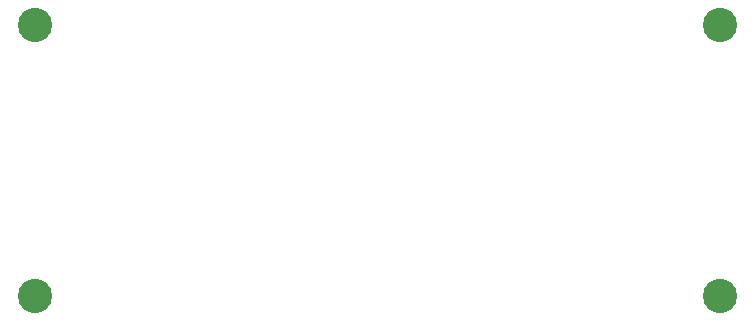
<source format=gbr>
G04 EAGLE Gerber RS-274X export*
G75*
%MOMM*%
%FSLAX34Y34*%
%LPD*%
%INSoldermask Top*%
%IPPOS*%
%AMOC8*
5,1,8,0,0,1.08239X$1,22.5*%
G01*
%ADD10C,2.901600*%


D10*
X35254Y35000D03*
X35254Y265000D03*
X615254Y265000D03*
X615254Y35000D03*
M02*

</source>
